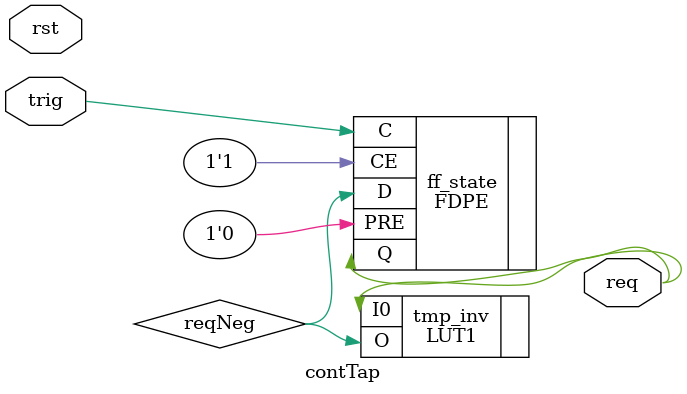
<source format=v>
`timescale 1ns / 1ps

(* dont_touch="true" *)module contTap(trig, req, rst);//, rst);

input trig, rst;
//input rst;
output req;

wire reqNeg;

LUT1 #(.INIT(2'b01)) tmp_inv 
(
   .O   ( reqNeg ),   
   .I0  ( req    )
);

FDPE #(.INIT(1'b0)) ff_state (
    .Q  ( req),      // 1-bit Data output
    .C  ( trig),      // 1-bit Clock input
    .CE ( 1'b1),    // 1-bit Clock enable input
    .PRE( 1'b0),  // 1-bit Asynchronous preset input
    .D  ( reqNeg)       // 1-bit Data input
   );

endmodule

</source>
